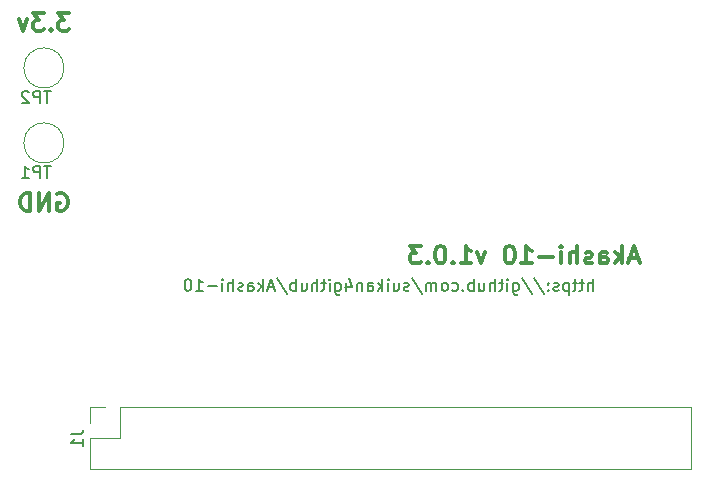
<source format=gbo>
%TF.GenerationSoftware,KiCad,Pcbnew,6.0.2+dfsg-1*%
%TF.CreationDate,2023-01-12T07:59:44+09:00*%
%TF.ProjectId,Akashi-10,416b6173-6869-42d3-9130-2e6b69636164,rev?*%
%TF.SameCoordinates,Original*%
%TF.FileFunction,Legend,Bot*%
%TF.FilePolarity,Positive*%
%FSLAX46Y46*%
G04 Gerber Fmt 4.6, Leading zero omitted, Abs format (unit mm)*
G04 Created by KiCad (PCBNEW 6.0.2+dfsg-1) date 2023-01-12 07:59:44*
%MOMM*%
%LPD*%
G01*
G04 APERTURE LIST*
%ADD10C,0.200000*%
%ADD11C,0.300000*%
%ADD12C,0.150000*%
%ADD13C,0.120000*%
G04 APERTURE END LIST*
D10*
X169281904Y-104797380D02*
X169281904Y-103797380D01*
X168853333Y-104797380D02*
X168853333Y-104273571D01*
X168900952Y-104178333D01*
X168996190Y-104130714D01*
X169139047Y-104130714D01*
X169234285Y-104178333D01*
X169281904Y-104225952D01*
X168520000Y-104130714D02*
X168139047Y-104130714D01*
X168377142Y-103797380D02*
X168377142Y-104654523D01*
X168329523Y-104749761D01*
X168234285Y-104797380D01*
X168139047Y-104797380D01*
X167948571Y-104130714D02*
X167567619Y-104130714D01*
X167805714Y-103797380D02*
X167805714Y-104654523D01*
X167758095Y-104749761D01*
X167662857Y-104797380D01*
X167567619Y-104797380D01*
X167234285Y-104130714D02*
X167234285Y-105130714D01*
X167234285Y-104178333D02*
X167139047Y-104130714D01*
X166948571Y-104130714D01*
X166853333Y-104178333D01*
X166805714Y-104225952D01*
X166758095Y-104321190D01*
X166758095Y-104606904D01*
X166805714Y-104702142D01*
X166853333Y-104749761D01*
X166948571Y-104797380D01*
X167139047Y-104797380D01*
X167234285Y-104749761D01*
X166377142Y-104749761D02*
X166281904Y-104797380D01*
X166091428Y-104797380D01*
X165996190Y-104749761D01*
X165948571Y-104654523D01*
X165948571Y-104606904D01*
X165996190Y-104511666D01*
X166091428Y-104464047D01*
X166234285Y-104464047D01*
X166329523Y-104416428D01*
X166377142Y-104321190D01*
X166377142Y-104273571D01*
X166329523Y-104178333D01*
X166234285Y-104130714D01*
X166091428Y-104130714D01*
X165996190Y-104178333D01*
X165520000Y-104702142D02*
X165472380Y-104749761D01*
X165520000Y-104797380D01*
X165567619Y-104749761D01*
X165520000Y-104702142D01*
X165520000Y-104797380D01*
X165520000Y-104178333D02*
X165472380Y-104225952D01*
X165520000Y-104273571D01*
X165567619Y-104225952D01*
X165520000Y-104178333D01*
X165520000Y-104273571D01*
X164329523Y-103749761D02*
X165186666Y-105035476D01*
X163281904Y-103749761D02*
X164139047Y-105035476D01*
X162520000Y-104130714D02*
X162520000Y-104940238D01*
X162567619Y-105035476D01*
X162615238Y-105083095D01*
X162710476Y-105130714D01*
X162853333Y-105130714D01*
X162948571Y-105083095D01*
X162520000Y-104749761D02*
X162615238Y-104797380D01*
X162805714Y-104797380D01*
X162900952Y-104749761D01*
X162948571Y-104702142D01*
X162996190Y-104606904D01*
X162996190Y-104321190D01*
X162948571Y-104225952D01*
X162900952Y-104178333D01*
X162805714Y-104130714D01*
X162615238Y-104130714D01*
X162520000Y-104178333D01*
X162043809Y-104797380D02*
X162043809Y-104130714D01*
X162043809Y-103797380D02*
X162091428Y-103845000D01*
X162043809Y-103892619D01*
X161996190Y-103845000D01*
X162043809Y-103797380D01*
X162043809Y-103892619D01*
X161710476Y-104130714D02*
X161329523Y-104130714D01*
X161567619Y-103797380D02*
X161567619Y-104654523D01*
X161520000Y-104749761D01*
X161424761Y-104797380D01*
X161329523Y-104797380D01*
X160996190Y-104797380D02*
X160996190Y-103797380D01*
X160567619Y-104797380D02*
X160567619Y-104273571D01*
X160615238Y-104178333D01*
X160710476Y-104130714D01*
X160853333Y-104130714D01*
X160948571Y-104178333D01*
X160996190Y-104225952D01*
X159662857Y-104130714D02*
X159662857Y-104797380D01*
X160091428Y-104130714D02*
X160091428Y-104654523D01*
X160043809Y-104749761D01*
X159948571Y-104797380D01*
X159805714Y-104797380D01*
X159710476Y-104749761D01*
X159662857Y-104702142D01*
X159186666Y-104797380D02*
X159186666Y-103797380D01*
X159186666Y-104178333D02*
X159091428Y-104130714D01*
X158900952Y-104130714D01*
X158805714Y-104178333D01*
X158758095Y-104225952D01*
X158710476Y-104321190D01*
X158710476Y-104606904D01*
X158758095Y-104702142D01*
X158805714Y-104749761D01*
X158900952Y-104797380D01*
X159091428Y-104797380D01*
X159186666Y-104749761D01*
X158281904Y-104702142D02*
X158234285Y-104749761D01*
X158281904Y-104797380D01*
X158329523Y-104749761D01*
X158281904Y-104702142D01*
X158281904Y-104797380D01*
X157377142Y-104749761D02*
X157472380Y-104797380D01*
X157662857Y-104797380D01*
X157758095Y-104749761D01*
X157805714Y-104702142D01*
X157853333Y-104606904D01*
X157853333Y-104321190D01*
X157805714Y-104225952D01*
X157758095Y-104178333D01*
X157662857Y-104130714D01*
X157472380Y-104130714D01*
X157377142Y-104178333D01*
X156805714Y-104797380D02*
X156900952Y-104749761D01*
X156948571Y-104702142D01*
X156996190Y-104606904D01*
X156996190Y-104321190D01*
X156948571Y-104225952D01*
X156900952Y-104178333D01*
X156805714Y-104130714D01*
X156662857Y-104130714D01*
X156567619Y-104178333D01*
X156520000Y-104225952D01*
X156472380Y-104321190D01*
X156472380Y-104606904D01*
X156520000Y-104702142D01*
X156567619Y-104749761D01*
X156662857Y-104797380D01*
X156805714Y-104797380D01*
X156043809Y-104797380D02*
X156043809Y-104130714D01*
X156043809Y-104225952D02*
X155996190Y-104178333D01*
X155900952Y-104130714D01*
X155758095Y-104130714D01*
X155662857Y-104178333D01*
X155615238Y-104273571D01*
X155615238Y-104797380D01*
X155615238Y-104273571D02*
X155567619Y-104178333D01*
X155472380Y-104130714D01*
X155329523Y-104130714D01*
X155234285Y-104178333D01*
X155186666Y-104273571D01*
X155186666Y-104797380D01*
X153996190Y-103749761D02*
X154853333Y-105035476D01*
X153710476Y-104749761D02*
X153615238Y-104797380D01*
X153424761Y-104797380D01*
X153329523Y-104749761D01*
X153281904Y-104654523D01*
X153281904Y-104606904D01*
X153329523Y-104511666D01*
X153424761Y-104464047D01*
X153567619Y-104464047D01*
X153662857Y-104416428D01*
X153710476Y-104321190D01*
X153710476Y-104273571D01*
X153662857Y-104178333D01*
X153567619Y-104130714D01*
X153424761Y-104130714D01*
X153329523Y-104178333D01*
X152424761Y-104130714D02*
X152424761Y-104797380D01*
X152853333Y-104130714D02*
X152853333Y-104654523D01*
X152805714Y-104749761D01*
X152710476Y-104797380D01*
X152567619Y-104797380D01*
X152472380Y-104749761D01*
X152424761Y-104702142D01*
X151948571Y-104797380D02*
X151948571Y-104130714D01*
X151948571Y-103797380D02*
X151996190Y-103845000D01*
X151948571Y-103892619D01*
X151900952Y-103845000D01*
X151948571Y-103797380D01*
X151948571Y-103892619D01*
X151472380Y-104797380D02*
X151472380Y-103797380D01*
X151377142Y-104416428D02*
X151091428Y-104797380D01*
X151091428Y-104130714D02*
X151472380Y-104511666D01*
X150234285Y-104797380D02*
X150234285Y-104273571D01*
X150281904Y-104178333D01*
X150377142Y-104130714D01*
X150567619Y-104130714D01*
X150662857Y-104178333D01*
X150234285Y-104749761D02*
X150329523Y-104797380D01*
X150567619Y-104797380D01*
X150662857Y-104749761D01*
X150710476Y-104654523D01*
X150710476Y-104559285D01*
X150662857Y-104464047D01*
X150567619Y-104416428D01*
X150329523Y-104416428D01*
X150234285Y-104368809D01*
X149758095Y-104130714D02*
X149758095Y-104797380D01*
X149758095Y-104225952D02*
X149710476Y-104178333D01*
X149615238Y-104130714D01*
X149472380Y-104130714D01*
X149377142Y-104178333D01*
X149329523Y-104273571D01*
X149329523Y-104797380D01*
X148424761Y-104130714D02*
X148424761Y-104797380D01*
X148662857Y-103749761D02*
X148900952Y-104464047D01*
X148281904Y-104464047D01*
X147472380Y-104130714D02*
X147472380Y-104940238D01*
X147520000Y-105035476D01*
X147567619Y-105083095D01*
X147662857Y-105130714D01*
X147805714Y-105130714D01*
X147900952Y-105083095D01*
X147472380Y-104749761D02*
X147567619Y-104797380D01*
X147758095Y-104797380D01*
X147853333Y-104749761D01*
X147900952Y-104702142D01*
X147948571Y-104606904D01*
X147948571Y-104321190D01*
X147900952Y-104225952D01*
X147853333Y-104178333D01*
X147758095Y-104130714D01*
X147567619Y-104130714D01*
X147472380Y-104178333D01*
X146996190Y-104797380D02*
X146996190Y-104130714D01*
X146996190Y-103797380D02*
X147043809Y-103845000D01*
X146996190Y-103892619D01*
X146948571Y-103845000D01*
X146996190Y-103797380D01*
X146996190Y-103892619D01*
X146662857Y-104130714D02*
X146281904Y-104130714D01*
X146520000Y-103797380D02*
X146520000Y-104654523D01*
X146472380Y-104749761D01*
X146377142Y-104797380D01*
X146281904Y-104797380D01*
X145948571Y-104797380D02*
X145948571Y-103797380D01*
X145520000Y-104797380D02*
X145520000Y-104273571D01*
X145567619Y-104178333D01*
X145662857Y-104130714D01*
X145805714Y-104130714D01*
X145900952Y-104178333D01*
X145948571Y-104225952D01*
X144615238Y-104130714D02*
X144615238Y-104797380D01*
X145043809Y-104130714D02*
X145043809Y-104654523D01*
X144996190Y-104749761D01*
X144900952Y-104797380D01*
X144758095Y-104797380D01*
X144662857Y-104749761D01*
X144615238Y-104702142D01*
X144139047Y-104797380D02*
X144139047Y-103797380D01*
X144139047Y-104178333D02*
X144043809Y-104130714D01*
X143853333Y-104130714D01*
X143758095Y-104178333D01*
X143710476Y-104225952D01*
X143662857Y-104321190D01*
X143662857Y-104606904D01*
X143710476Y-104702142D01*
X143758095Y-104749761D01*
X143853333Y-104797380D01*
X144043809Y-104797380D01*
X144139047Y-104749761D01*
X142520000Y-103749761D02*
X143377142Y-105035476D01*
X142234285Y-104511666D02*
X141758095Y-104511666D01*
X142329523Y-104797380D02*
X141996190Y-103797380D01*
X141662857Y-104797380D01*
X141329523Y-104797380D02*
X141329523Y-103797380D01*
X141234285Y-104416428D02*
X140948571Y-104797380D01*
X140948571Y-104130714D02*
X141329523Y-104511666D01*
X140091428Y-104797380D02*
X140091428Y-104273571D01*
X140139047Y-104178333D01*
X140234285Y-104130714D01*
X140424761Y-104130714D01*
X140520000Y-104178333D01*
X140091428Y-104749761D02*
X140186666Y-104797380D01*
X140424761Y-104797380D01*
X140520000Y-104749761D01*
X140567619Y-104654523D01*
X140567619Y-104559285D01*
X140520000Y-104464047D01*
X140424761Y-104416428D01*
X140186666Y-104416428D01*
X140091428Y-104368809D01*
X139662857Y-104749761D02*
X139567619Y-104797380D01*
X139377142Y-104797380D01*
X139281904Y-104749761D01*
X139234285Y-104654523D01*
X139234285Y-104606904D01*
X139281904Y-104511666D01*
X139377142Y-104464047D01*
X139520000Y-104464047D01*
X139615238Y-104416428D01*
X139662857Y-104321190D01*
X139662857Y-104273571D01*
X139615238Y-104178333D01*
X139520000Y-104130714D01*
X139377142Y-104130714D01*
X139281904Y-104178333D01*
X138805714Y-104797380D02*
X138805714Y-103797380D01*
X138377142Y-104797380D02*
X138377142Y-104273571D01*
X138424761Y-104178333D01*
X138520000Y-104130714D01*
X138662857Y-104130714D01*
X138758095Y-104178333D01*
X138805714Y-104225952D01*
X137900952Y-104797380D02*
X137900952Y-104130714D01*
X137900952Y-103797380D02*
X137948571Y-103845000D01*
X137900952Y-103892619D01*
X137853333Y-103845000D01*
X137900952Y-103797380D01*
X137900952Y-103892619D01*
X137424761Y-104416428D02*
X136662857Y-104416428D01*
X135662857Y-104797380D02*
X136234285Y-104797380D01*
X135948571Y-104797380D02*
X135948571Y-103797380D01*
X136043809Y-103940238D01*
X136139047Y-104035476D01*
X136234285Y-104083095D01*
X135043809Y-103797380D02*
X134948571Y-103797380D01*
X134853333Y-103845000D01*
X134805714Y-103892619D01*
X134758095Y-103987857D01*
X134710476Y-104178333D01*
X134710476Y-104416428D01*
X134758095Y-104606904D01*
X134805714Y-104702142D01*
X134853333Y-104749761D01*
X134948571Y-104797380D01*
X135043809Y-104797380D01*
X135139047Y-104749761D01*
X135186666Y-104702142D01*
X135234285Y-104606904D01*
X135281904Y-104416428D01*
X135281904Y-104178333D01*
X135234285Y-103987857D01*
X135186666Y-103892619D01*
X135139047Y-103845000D01*
X135043809Y-103797380D01*
D11*
X123952857Y-96610003D02*
X124095714Y-96538574D01*
X124310000Y-96538574D01*
X124524285Y-96610003D01*
X124667142Y-96752860D01*
X124738571Y-96895717D01*
X124810000Y-97181431D01*
X124810000Y-97395717D01*
X124738571Y-97681431D01*
X124667142Y-97824288D01*
X124524285Y-97967145D01*
X124310000Y-98038574D01*
X124167142Y-98038574D01*
X123952857Y-97967145D01*
X123881428Y-97895717D01*
X123881428Y-97395717D01*
X124167142Y-97395717D01*
X123238571Y-98038574D02*
X123238571Y-96538574D01*
X122381428Y-98038574D01*
X122381428Y-96538574D01*
X121667142Y-98038574D02*
X121667142Y-96538574D01*
X121310000Y-96538574D01*
X121095714Y-96610003D01*
X120952857Y-96752860D01*
X120881428Y-96895717D01*
X120810000Y-97181431D01*
X120810000Y-97395717D01*
X120881428Y-97681431D01*
X120952857Y-97824288D01*
X121095714Y-97967145D01*
X121310000Y-98038574D01*
X121667142Y-98038574D01*
X173092848Y-102055003D02*
X172378562Y-102055003D01*
X173235705Y-102483574D02*
X172735705Y-100983574D01*
X172235705Y-102483574D01*
X171735705Y-102483574D02*
X171735705Y-100983574D01*
X171592848Y-101912145D02*
X171164276Y-102483574D01*
X171164276Y-101483574D02*
X171735705Y-102055003D01*
X169878562Y-102483574D02*
X169878562Y-101697860D01*
X169949991Y-101555003D01*
X170092848Y-101483574D01*
X170378562Y-101483574D01*
X170521419Y-101555003D01*
X169878562Y-102412145D02*
X170021419Y-102483574D01*
X170378562Y-102483574D01*
X170521419Y-102412145D01*
X170592848Y-102269288D01*
X170592848Y-102126431D01*
X170521419Y-101983574D01*
X170378562Y-101912145D01*
X170021419Y-101912145D01*
X169878562Y-101840717D01*
X169235705Y-102412145D02*
X169092848Y-102483574D01*
X168807133Y-102483574D01*
X168664276Y-102412145D01*
X168592848Y-102269288D01*
X168592848Y-102197860D01*
X168664276Y-102055003D01*
X168807133Y-101983574D01*
X169021419Y-101983574D01*
X169164276Y-101912145D01*
X169235705Y-101769288D01*
X169235705Y-101697860D01*
X169164276Y-101555003D01*
X169021419Y-101483574D01*
X168807133Y-101483574D01*
X168664276Y-101555003D01*
X167949991Y-102483574D02*
X167949991Y-100983574D01*
X167307133Y-102483574D02*
X167307133Y-101697860D01*
X167378562Y-101555003D01*
X167521419Y-101483574D01*
X167735705Y-101483574D01*
X167878562Y-101555003D01*
X167949991Y-101626431D01*
X166592848Y-102483574D02*
X166592848Y-101483574D01*
X166592848Y-100983574D02*
X166664276Y-101055003D01*
X166592848Y-101126431D01*
X166521419Y-101055003D01*
X166592848Y-100983574D01*
X166592848Y-101126431D01*
X165878562Y-101912145D02*
X164735705Y-101912145D01*
X163235705Y-102483574D02*
X164092848Y-102483574D01*
X163664276Y-102483574D02*
X163664276Y-100983574D01*
X163807133Y-101197860D01*
X163949991Y-101340717D01*
X164092848Y-101412145D01*
X162307133Y-100983574D02*
X162164276Y-100983574D01*
X162021419Y-101055003D01*
X161949991Y-101126431D01*
X161878562Y-101269288D01*
X161807133Y-101555003D01*
X161807133Y-101912145D01*
X161878562Y-102197860D01*
X161949991Y-102340717D01*
X162021419Y-102412145D01*
X162164276Y-102483574D01*
X162307133Y-102483574D01*
X162449991Y-102412145D01*
X162521419Y-102340717D01*
X162592848Y-102197860D01*
X162664276Y-101912145D01*
X162664276Y-101555003D01*
X162592848Y-101269288D01*
X162521419Y-101126431D01*
X162449991Y-101055003D01*
X162307133Y-100983574D01*
X160164276Y-101483574D02*
X159807133Y-102483574D01*
X159449991Y-101483574D01*
X158092848Y-102483574D02*
X158949991Y-102483574D01*
X158521419Y-102483574D02*
X158521419Y-100983574D01*
X158664276Y-101197860D01*
X158807133Y-101340717D01*
X158949991Y-101412145D01*
X157449991Y-102340717D02*
X157378562Y-102412145D01*
X157449991Y-102483574D01*
X157521419Y-102412145D01*
X157449991Y-102340717D01*
X157449991Y-102483574D01*
X156449991Y-100983574D02*
X156307133Y-100983574D01*
X156164276Y-101055003D01*
X156092848Y-101126431D01*
X156021419Y-101269288D01*
X155949991Y-101555003D01*
X155949991Y-101912145D01*
X156021419Y-102197860D01*
X156092848Y-102340717D01*
X156164276Y-102412145D01*
X156307133Y-102483574D01*
X156449991Y-102483574D01*
X156592848Y-102412145D01*
X156664276Y-102340717D01*
X156735705Y-102197860D01*
X156807133Y-101912145D01*
X156807133Y-101555003D01*
X156735705Y-101269288D01*
X156664276Y-101126431D01*
X156592848Y-101055003D01*
X156449991Y-100983574D01*
X155307133Y-102340717D02*
X155235705Y-102412145D01*
X155307133Y-102483574D01*
X155378562Y-102412145D01*
X155307133Y-102340717D01*
X155307133Y-102483574D01*
X154735705Y-100983574D02*
X153807133Y-100983574D01*
X154307133Y-101555003D01*
X154092848Y-101555003D01*
X153949991Y-101626431D01*
X153878562Y-101697860D01*
X153807133Y-101840717D01*
X153807133Y-102197860D01*
X153878562Y-102340717D01*
X153949991Y-102412145D01*
X154092848Y-102483574D01*
X154521419Y-102483574D01*
X154664276Y-102412145D01*
X154735705Y-102340717D01*
X124952857Y-81298571D02*
X124024285Y-81298571D01*
X124524285Y-81870000D01*
X124310000Y-81870000D01*
X124167142Y-81941428D01*
X124095714Y-82012857D01*
X124024285Y-82155714D01*
X124024285Y-82512857D01*
X124095714Y-82655714D01*
X124167142Y-82727142D01*
X124310000Y-82798571D01*
X124738571Y-82798571D01*
X124881428Y-82727142D01*
X124952857Y-82655714D01*
X123381428Y-82655714D02*
X123310000Y-82727142D01*
X123381428Y-82798571D01*
X123452857Y-82727142D01*
X123381428Y-82655714D01*
X123381428Y-82798571D01*
X122810000Y-81298571D02*
X121881428Y-81298571D01*
X122381428Y-81870000D01*
X122167142Y-81870000D01*
X122024285Y-81941428D01*
X121952857Y-82012857D01*
X121881428Y-82155714D01*
X121881428Y-82512857D01*
X121952857Y-82655714D01*
X122024285Y-82727142D01*
X122167142Y-82798571D01*
X122595714Y-82798571D01*
X122738571Y-82727142D01*
X122810000Y-82655714D01*
X121381428Y-81798571D02*
X121024285Y-82798571D01*
X120667142Y-81798571D01*
D12*
%TO.C,TP1*%
X123371904Y-94232380D02*
X122800476Y-94232380D01*
X123086190Y-95232380D02*
X123086190Y-94232380D01*
X122467142Y-95232380D02*
X122467142Y-94232380D01*
X122086190Y-94232380D01*
X121990952Y-94280000D01*
X121943333Y-94327619D01*
X121895714Y-94422857D01*
X121895714Y-94565714D01*
X121943333Y-94660952D01*
X121990952Y-94708571D01*
X122086190Y-94756190D01*
X122467142Y-94756190D01*
X120943333Y-95232380D02*
X121514761Y-95232380D01*
X121229047Y-95232380D02*
X121229047Y-94232380D01*
X121324285Y-94375238D01*
X121419523Y-94470476D01*
X121514761Y-94518095D01*
%TO.C,TP2*%
X123371904Y-87882380D02*
X122800476Y-87882380D01*
X123086190Y-88882380D02*
X123086190Y-87882380D01*
X122467142Y-88882380D02*
X122467142Y-87882380D01*
X122086190Y-87882380D01*
X121990952Y-87930000D01*
X121943333Y-87977619D01*
X121895714Y-88072857D01*
X121895714Y-88215714D01*
X121943333Y-88310952D01*
X121990952Y-88358571D01*
X122086190Y-88406190D01*
X122467142Y-88406190D01*
X121514761Y-87977619D02*
X121467142Y-87930000D01*
X121371904Y-87882380D01*
X121133809Y-87882380D01*
X121038571Y-87930000D01*
X120990952Y-87977619D01*
X120943333Y-88072857D01*
X120943333Y-88168095D01*
X120990952Y-88310952D01*
X121562380Y-88882380D01*
X120943333Y-88882380D01*
%TO.C,J1*%
X125122380Y-116936666D02*
X125836666Y-116936666D01*
X125979523Y-116889047D01*
X126074761Y-116793809D01*
X126122380Y-116650952D01*
X126122380Y-116555714D01*
X126122380Y-117936666D02*
X126122380Y-117365238D01*
X126122380Y-117650952D02*
X125122380Y-117650952D01*
X125265238Y-117555714D01*
X125360476Y-117460476D01*
X125408095Y-117365238D01*
D13*
%TO.C,TP1*%
X124510000Y-92280000D02*
G75*
G03*
X124510000Y-92280000I-1700000J0D01*
G01*
%TO.C,TP2*%
X124510000Y-85930000D02*
G75*
G03*
X124510000Y-85930000I-1700000J0D01*
G01*
%TO.C,J1*%
X128000000Y-114670000D02*
X126670000Y-114670000D01*
X129270000Y-117270000D02*
X126670000Y-117270000D01*
X129270000Y-114670000D02*
X129270000Y-117270000D01*
X126670000Y-114670000D02*
X126670000Y-116000000D01*
X126670000Y-119870000D02*
X177590000Y-119870000D01*
X129270000Y-114670000D02*
X177590000Y-114670000D01*
X177590000Y-114670000D02*
X177590000Y-119870000D01*
X126670000Y-117270000D02*
X126670000Y-119870000D01*
%TD*%
M02*

</source>
